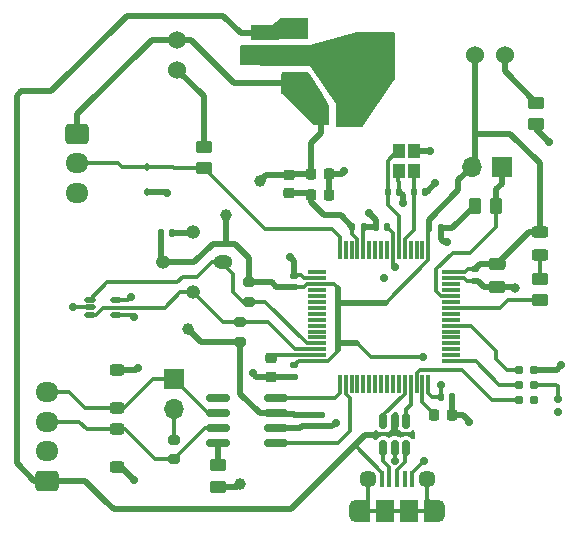
<source format=gtl>
G04 #@! TF.GenerationSoftware,KiCad,Pcbnew,7.0.8*
G04 #@! TF.CreationDate,2023-12-02T17:36:26-07:00*
G04 #@! TF.ProjectId,sdm24wheel,73646d32-3477-4686-9565-6c2e6b696361,v1*
G04 #@! TF.SameCoordinates,Original*
G04 #@! TF.FileFunction,Copper,L1,Top*
G04 #@! TF.FilePolarity,Positive*
%FSLAX46Y46*%
G04 Gerber Fmt 4.6, Leading zero omitted, Abs format (unit mm)*
G04 Created by KiCad (PCBNEW 7.0.8) date 2023-12-02 17:36:26*
%MOMM*%
%LPD*%
G01*
G04 APERTURE LIST*
G04 Aperture macros list*
%AMRoundRect*
0 Rectangle with rounded corners*
0 $1 Rounding radius*
0 $2 $3 $4 $5 $6 $7 $8 $9 X,Y pos of 4 corners*
0 Add a 4 corners polygon primitive as box body*
4,1,4,$2,$3,$4,$5,$6,$7,$8,$9,$2,$3,0*
0 Add four circle primitives for the rounded corners*
1,1,$1+$1,$2,$3*
1,1,$1+$1,$4,$5*
1,1,$1+$1,$6,$7*
1,1,$1+$1,$8,$9*
0 Add four rect primitives between the rounded corners*
20,1,$1+$1,$2,$3,$4,$5,0*
20,1,$1+$1,$4,$5,$6,$7,0*
20,1,$1+$1,$6,$7,$8,$9,0*
20,1,$1+$1,$8,$9,$2,$3,0*%
G04 Aperture macros list end*
G04 #@! TA.AperFunction,SMDPad,CuDef*
%ADD10RoundRect,0.140000X-0.140000X-0.170000X0.140000X-0.170000X0.140000X0.170000X-0.140000X0.170000X0*%
G04 #@! TD*
G04 #@! TA.AperFunction,ConnectorPad*
%ADD11C,0.787400*%
G04 #@! TD*
G04 #@! TA.AperFunction,SMDPad,CuDef*
%ADD12RoundRect,0.150000X0.150000X-0.512500X0.150000X0.512500X-0.150000X0.512500X-0.150000X-0.512500X0*%
G04 #@! TD*
G04 #@! TA.AperFunction,SMDPad,CuDef*
%ADD13RoundRect,0.140000X-0.170000X0.140000X-0.170000X-0.140000X0.170000X-0.140000X0.170000X0.140000X0*%
G04 #@! TD*
G04 #@! TA.AperFunction,SMDPad,CuDef*
%ADD14RoundRect,0.112500X0.112500X-0.187500X0.112500X0.187500X-0.112500X0.187500X-0.112500X-0.187500X0*%
G04 #@! TD*
G04 #@! TA.AperFunction,SMDPad,CuDef*
%ADD15RoundRect,0.225000X-0.250000X0.225000X-0.250000X-0.225000X0.250000X-0.225000X0.250000X0.225000X0*%
G04 #@! TD*
G04 #@! TA.AperFunction,SMDPad,CuDef*
%ADD16RoundRect,0.075000X-0.075000X0.700000X-0.075000X-0.700000X0.075000X-0.700000X0.075000X0.700000X0*%
G04 #@! TD*
G04 #@! TA.AperFunction,SMDPad,CuDef*
%ADD17RoundRect,0.075000X-0.700000X0.075000X-0.700000X-0.075000X0.700000X-0.075000X0.700000X0.075000X0*%
G04 #@! TD*
G04 #@! TA.AperFunction,SMDPad,CuDef*
%ADD18RoundRect,0.225000X-0.225000X-0.250000X0.225000X-0.250000X0.225000X0.250000X-0.225000X0.250000X0*%
G04 #@! TD*
G04 #@! TA.AperFunction,ComponentPad*
%ADD19C,1.524000*%
G04 #@! TD*
G04 #@! TA.AperFunction,SMDPad,CuDef*
%ADD20R,2.000000X1.500000*%
G04 #@! TD*
G04 #@! TA.AperFunction,SMDPad,CuDef*
%ADD21R,2.000000X3.800000*%
G04 #@! TD*
G04 #@! TA.AperFunction,SMDPad,CuDef*
%ADD22RoundRect,0.250000X-0.250000X-0.475000X0.250000X-0.475000X0.250000X0.475000X-0.250000X0.475000X0*%
G04 #@! TD*
G04 #@! TA.AperFunction,SMDPad,CuDef*
%ADD23RoundRect,0.140000X0.140000X0.170000X-0.140000X0.170000X-0.140000X-0.170000X0.140000X-0.170000X0*%
G04 #@! TD*
G04 #@! TA.AperFunction,ComponentPad*
%ADD24RoundRect,0.250000X-0.725000X0.600000X-0.725000X-0.600000X0.725000X-0.600000X0.725000X0.600000X0*%
G04 #@! TD*
G04 #@! TA.AperFunction,ComponentPad*
%ADD25O,1.950000X1.700000*%
G04 #@! TD*
G04 #@! TA.AperFunction,SMDPad,CuDef*
%ADD26RoundRect,0.200000X-0.275000X0.200000X-0.275000X-0.200000X0.275000X-0.200000X0.275000X0.200000X0*%
G04 #@! TD*
G04 #@! TA.AperFunction,ComponentPad*
%ADD27RoundRect,0.250000X0.725000X-0.600000X0.725000X0.600000X-0.725000X0.600000X-0.725000X-0.600000X0*%
G04 #@! TD*
G04 #@! TA.AperFunction,SMDPad,CuDef*
%ADD28RoundRect,0.250000X-0.475000X0.250000X-0.475000X-0.250000X0.475000X-0.250000X0.475000X0.250000X0*%
G04 #@! TD*
G04 #@! TA.AperFunction,SMDPad,CuDef*
%ADD29RoundRect,0.218750X0.256250X-0.218750X0.256250X0.218750X-0.256250X0.218750X-0.256250X-0.218750X0*%
G04 #@! TD*
G04 #@! TA.AperFunction,SMDPad,CuDef*
%ADD30RoundRect,0.250000X-0.450000X0.262500X-0.450000X-0.262500X0.450000X-0.262500X0.450000X0.262500X0*%
G04 #@! TD*
G04 #@! TA.AperFunction,SMDPad,CuDef*
%ADD31RoundRect,0.243750X0.456250X-0.243750X0.456250X0.243750X-0.456250X0.243750X-0.456250X-0.243750X0*%
G04 #@! TD*
G04 #@! TA.AperFunction,SMDPad,CuDef*
%ADD32RoundRect,0.245000X-0.380000X0.245000X-0.380000X-0.245000X0.380000X-0.245000X0.380000X0.245000X0*%
G04 #@! TD*
G04 #@! TA.AperFunction,SMDPad,CuDef*
%ADD33R,0.400000X1.350000*%
G04 #@! TD*
G04 #@! TA.AperFunction,ComponentPad*
%ADD34O,1.200000X1.900000*%
G04 #@! TD*
G04 #@! TA.AperFunction,SMDPad,CuDef*
%ADD35R,1.200000X1.900000*%
G04 #@! TD*
G04 #@! TA.AperFunction,ComponentPad*
%ADD36C,1.450000*%
G04 #@! TD*
G04 #@! TA.AperFunction,SMDPad,CuDef*
%ADD37R,1.500000X1.900000*%
G04 #@! TD*
G04 #@! TA.AperFunction,SMDPad,CuDef*
%ADD38RoundRect,0.200000X0.275000X-0.200000X0.275000X0.200000X-0.275000X0.200000X-0.275000X-0.200000X0*%
G04 #@! TD*
G04 #@! TA.AperFunction,SMDPad,CuDef*
%ADD39RoundRect,0.245000X0.380000X-0.245000X0.380000X0.245000X-0.380000X0.245000X-0.380000X-0.245000X0*%
G04 #@! TD*
G04 #@! TA.AperFunction,SMDPad,CuDef*
%ADD40RoundRect,0.112500X-0.362500X-0.112500X0.362500X-0.112500X0.362500X0.112500X-0.362500X0.112500X0*%
G04 #@! TD*
G04 #@! TA.AperFunction,ComponentPad*
%ADD41R,1.700000X1.700000*%
G04 #@! TD*
G04 #@! TA.AperFunction,ComponentPad*
%ADD42O,1.700000X1.700000*%
G04 #@! TD*
G04 #@! TA.AperFunction,SMDPad,CuDef*
%ADD43RoundRect,0.250000X-0.262500X-0.450000X0.262500X-0.450000X0.262500X0.450000X-0.262500X0.450000X0*%
G04 #@! TD*
G04 #@! TA.AperFunction,SMDPad,CuDef*
%ADD44RoundRect,0.150000X0.825000X0.150000X-0.825000X0.150000X-0.825000X-0.150000X0.825000X-0.150000X0*%
G04 #@! TD*
G04 #@! TA.AperFunction,SMDPad,CuDef*
%ADD45RoundRect,0.250000X0.450000X-0.262500X0.450000X0.262500X-0.450000X0.262500X-0.450000X-0.262500X0*%
G04 #@! TD*
G04 #@! TA.AperFunction,SMDPad,CuDef*
%ADD46R,1.000000X1.200000*%
G04 #@! TD*
G04 #@! TA.AperFunction,SMDPad,CuDef*
%ADD47RoundRect,0.140000X0.170000X-0.140000X0.170000X0.140000X-0.170000X0.140000X-0.170000X-0.140000X0*%
G04 #@! TD*
G04 #@! TA.AperFunction,ComponentPad*
%ADD48O,1.600000X1.200000*%
G04 #@! TD*
G04 #@! TA.AperFunction,ComponentPad*
%ADD49O,1.200000X1.200000*%
G04 #@! TD*
G04 #@! TA.AperFunction,ViaPad*
%ADD50C,1.000000*%
G04 #@! TD*
G04 #@! TA.AperFunction,ViaPad*
%ADD51C,0.700000*%
G04 #@! TD*
G04 #@! TA.AperFunction,ViaPad*
%ADD52C,0.800000*%
G04 #@! TD*
G04 #@! TA.AperFunction,Conductor*
%ADD53C,0.500000*%
G04 #@! TD*
G04 #@! TA.AperFunction,Conductor*
%ADD54C,0.300000*%
G04 #@! TD*
G04 APERTURE END LIST*
D10*
X188020000Y-90600000D03*
X188980000Y-90600000D03*
D11*
X196870000Y-105140000D03*
X195600000Y-105140000D03*
X196870000Y-103870000D03*
X195600000Y-103870000D03*
X196870000Y-102600000D03*
X195600000Y-102600000D03*
D12*
X184150000Y-109200000D03*
X185100000Y-109200000D03*
X186050000Y-109200000D03*
X186050000Y-106925000D03*
X185100000Y-106925000D03*
X184150000Y-106925000D03*
D13*
X176600000Y-102220000D03*
X176600000Y-103180000D03*
D14*
X164125000Y-87550000D03*
X164125000Y-85450000D03*
D13*
X178900000Y-106420000D03*
X178900000Y-107380000D03*
D15*
X174600000Y-101625000D03*
X174600000Y-103175000D03*
D16*
X187950000Y-92425000D03*
X187450000Y-92425000D03*
X186950000Y-92425000D03*
X186450000Y-92425000D03*
X185950000Y-92425000D03*
X185450000Y-92425000D03*
X184950000Y-92425000D03*
X184450000Y-92425000D03*
X183950000Y-92425000D03*
X183450000Y-92425000D03*
X182950000Y-92425000D03*
X182450000Y-92425000D03*
X181950000Y-92425000D03*
X181450000Y-92425000D03*
X180950000Y-92425000D03*
X180450000Y-92425000D03*
D17*
X178525000Y-94350000D03*
X178525000Y-94850000D03*
X178525000Y-95350000D03*
X178525000Y-95850000D03*
X178525000Y-96350000D03*
X178525000Y-96850000D03*
X178525000Y-97350000D03*
X178525000Y-97850000D03*
X178525000Y-98350000D03*
X178525000Y-98850000D03*
X178525000Y-99350000D03*
X178525000Y-99850000D03*
X178525000Y-100350000D03*
X178525000Y-100850000D03*
X178525000Y-101350000D03*
X178525000Y-101850000D03*
D16*
X180450000Y-103775000D03*
X180950000Y-103775000D03*
X181450000Y-103775000D03*
X181950000Y-103775000D03*
X182450000Y-103775000D03*
X182950000Y-103775000D03*
X183450000Y-103775000D03*
X183950000Y-103775000D03*
X184450000Y-103775000D03*
X184950000Y-103775000D03*
X185450000Y-103775000D03*
X185950000Y-103775000D03*
X186450000Y-103775000D03*
X186950000Y-103775000D03*
X187450000Y-103775000D03*
X187950000Y-103775000D03*
D17*
X189875000Y-101850000D03*
X189875000Y-101350000D03*
X189875000Y-100850000D03*
X189875000Y-100350000D03*
X189875000Y-99850000D03*
X189875000Y-99350000D03*
X189875000Y-98850000D03*
X189875000Y-98350000D03*
X189875000Y-97850000D03*
X189875000Y-97350000D03*
X189875000Y-96850000D03*
X189875000Y-96350000D03*
X189875000Y-95850000D03*
X189875000Y-95350000D03*
X189875000Y-94850000D03*
X189875000Y-94350000D03*
D18*
X188425000Y-106400000D03*
X189975000Y-106400000D03*
D19*
X194440000Y-75900000D03*
X191900000Y-75900000D03*
D20*
X176650000Y-73700000D03*
X176650000Y-76000000D03*
D21*
X182950000Y-76000000D03*
D20*
X176650000Y-78300000D03*
D22*
X178850000Y-81000000D03*
X180750000Y-81000000D03*
D13*
X191900000Y-94100000D03*
X191900000Y-95060000D03*
D23*
X184480000Y-90500000D03*
X183520000Y-90500000D03*
D24*
X158225000Y-82600000D03*
D25*
X158225000Y-85100000D03*
X158225000Y-87600000D03*
D18*
X178025000Y-87800000D03*
X179575000Y-87800000D03*
D13*
X177400000Y-106420000D03*
X177400000Y-107380000D03*
D26*
X172800000Y-95175000D03*
X172800000Y-96825000D03*
D27*
X155700000Y-112000000D03*
D25*
X155700000Y-109500000D03*
X155700000Y-107000000D03*
X155700000Y-104500000D03*
D28*
X173800000Y-74050000D03*
X173800000Y-75950000D03*
D29*
X176166000Y-87637500D03*
X176166000Y-86062500D03*
D30*
X197400000Y-94887500D03*
X197400000Y-96712500D03*
D19*
X166700000Y-77170000D03*
X166700000Y-74630000D03*
D31*
X197400000Y-92837500D03*
X197400000Y-90962500D03*
D32*
X161625000Y-102640000D03*
X161625000Y-105860000D03*
D33*
X184000000Y-111850000D03*
X184650000Y-111850000D03*
X185300000Y-111850000D03*
X185950000Y-111850000D03*
X186600000Y-111850000D03*
D34*
X181800000Y-114550000D03*
D35*
X182400000Y-114550000D03*
D36*
X182800000Y-111850000D03*
D37*
X184300000Y-114550000D03*
X186300000Y-114550000D03*
D36*
X187800000Y-111850000D03*
D35*
X188200000Y-114550000D03*
D34*
X188800000Y-114550000D03*
D38*
X172000000Y-100225000D03*
X172000000Y-98575000D03*
D28*
X193800000Y-93650000D03*
X193800000Y-95550000D03*
D39*
X161625000Y-110860000D03*
X161625000Y-107640000D03*
D30*
X197100000Y-79987500D03*
X197100000Y-81812500D03*
D40*
X159300000Y-96650000D03*
X159300000Y-97300000D03*
X159300000Y-97950000D03*
X161500000Y-97950000D03*
X161500000Y-96650000D03*
D41*
X194175000Y-85400000D03*
D42*
X191635000Y-85400000D03*
D30*
X170100000Y-110687500D03*
X170100000Y-112512500D03*
D10*
X189020000Y-104900000D03*
X189980000Y-104900000D03*
X186720000Y-87500000D03*
X187680000Y-87500000D03*
X181520000Y-90500000D03*
X182480000Y-90500000D03*
D43*
X191887500Y-88700000D03*
X193712500Y-88700000D03*
D38*
X166400000Y-110185000D03*
X166400000Y-108535000D03*
D44*
X175075000Y-108805000D03*
X175075000Y-107535000D03*
X175075000Y-106265000D03*
X175075000Y-104995000D03*
X170125000Y-104995000D03*
X170125000Y-106265000D03*
X170125000Y-107535000D03*
X170125000Y-108805000D03*
D45*
X168920000Y-85512500D03*
X168920000Y-83687500D03*
D46*
X186750000Y-85750000D03*
X186750000Y-84050000D03*
X185450000Y-84050000D03*
X185450000Y-85750000D03*
D10*
X184520000Y-87500000D03*
X185480000Y-87500000D03*
D47*
X176600000Y-95580000D03*
X176600000Y-94620000D03*
D18*
X178025000Y-86000000D03*
X179575000Y-86000000D03*
D41*
X166400000Y-103360000D03*
D42*
X166400000Y-105900000D03*
D10*
X165320000Y-91000000D03*
X166280000Y-91000000D03*
D48*
X170540000Y-93500000D03*
D49*
X168000000Y-96040000D03*
X165460000Y-93500000D03*
X168000000Y-90960000D03*
D50*
X170800000Y-89500000D03*
X167600000Y-99100000D03*
X173700000Y-86600000D03*
D51*
X163000000Y-98100000D03*
X187500000Y-101500000D03*
X189000000Y-103900000D03*
X199200000Y-102200000D03*
X187600000Y-110300000D03*
X178400000Y-76600000D03*
D50*
X172000000Y-112300000D03*
D51*
X173100000Y-102900000D03*
X182900000Y-89300000D03*
X182400000Y-78600000D03*
X184700000Y-74600000D03*
X163000000Y-111900000D03*
X184200000Y-94800000D03*
D52*
X195300000Y-95700000D03*
D51*
X162800000Y-96400000D03*
X165800000Y-87600000D03*
X198900000Y-106200000D03*
X189500000Y-91800000D03*
X180800000Y-85800000D03*
X180100000Y-107100000D03*
X176200000Y-93000000D03*
X157900000Y-97300000D03*
X182000000Y-80500000D03*
X188500000Y-86800000D03*
X172400000Y-75500000D03*
X163400000Y-102400000D03*
X184700000Y-77400000D03*
X198200000Y-83300000D03*
X183600000Y-78600000D03*
X191400000Y-107000000D03*
X172400000Y-76400000D03*
X185800000Y-88500000D03*
X182000000Y-81600000D03*
X188100000Y-84100000D03*
X178400000Y-75500000D03*
X185105378Y-110305378D03*
X185100000Y-93900000D03*
X198900000Y-105100000D03*
D53*
X172800000Y-95175000D02*
X174675000Y-95175000D01*
D54*
X179950000Y-95350000D02*
X180300000Y-95700000D01*
D53*
X170800000Y-91900000D02*
X169700000Y-91900000D01*
X166700000Y-74630000D02*
X167830000Y-74630000D01*
D54*
X176620000Y-95600000D02*
X176600000Y-95580000D01*
X180300000Y-101000000D02*
X180300000Y-100900000D01*
D53*
X188020000Y-89880000D02*
X188020000Y-90600000D01*
X190500000Y-87400000D02*
X188020000Y-89880000D01*
D54*
X187950000Y-92425000D02*
X187950000Y-93301041D01*
X178525000Y-95350000D02*
X179950000Y-95350000D01*
D53*
X165320000Y-93360000D02*
X165460000Y-93500000D01*
X178025000Y-83375000D02*
X178850000Y-82550000D01*
D54*
X178525000Y-101850000D02*
X179450000Y-101850000D01*
D53*
X175080000Y-95580000D02*
X176600000Y-95580000D01*
X167830000Y-74630000D02*
X171500000Y-78300000D01*
D54*
X187950000Y-104550000D02*
X188300000Y-104900000D01*
D53*
X176500000Y-106300000D02*
X175110000Y-106300000D01*
X197400000Y-90962500D02*
X196487500Y-90962500D01*
D54*
X188300000Y-104900000D02*
X189020000Y-104900000D01*
D53*
X172000000Y-104600000D02*
X172000000Y-100225000D01*
X178850000Y-82550000D02*
X178850000Y-81000000D01*
X174675000Y-95175000D02*
X175080000Y-95580000D01*
X165320000Y-91000000D02*
X165320000Y-93360000D01*
D54*
X187950000Y-93301041D02*
X184351041Y-96900000D01*
D53*
X191900000Y-82600000D02*
X191900000Y-85135000D01*
X194900000Y-82600000D02*
X191900000Y-82600000D01*
X193800000Y-93650000D02*
X192350000Y-93650000D01*
X175075000Y-106265000D02*
X173665000Y-106265000D01*
X166700000Y-74630000D02*
X164570000Y-74630000D01*
X171600000Y-91900000D02*
X170800000Y-91900000D01*
D54*
X177400000Y-95598959D02*
X177400000Y-95600000D01*
X191300000Y-94100000D02*
X191900000Y-94100000D01*
D53*
X175110000Y-106300000D02*
X175075000Y-106265000D01*
X168100000Y-93500000D02*
X165460000Y-93500000D01*
X174237500Y-86062500D02*
X173700000Y-86600000D01*
D54*
X179450000Y-101850000D02*
X180300000Y-101000000D01*
X189875000Y-94350000D02*
X191050000Y-94350000D01*
D53*
X191900000Y-75900000D02*
X191900000Y-82600000D01*
X178025000Y-86000000D02*
X178025000Y-83375000D01*
X169700000Y-91900000D02*
X168100000Y-93500000D01*
X180300000Y-96900000D02*
X180300000Y-95700000D01*
X177400000Y-106420000D02*
X176620000Y-106420000D01*
X197400000Y-85100000D02*
X194900000Y-82600000D01*
D54*
X183100000Y-101500000D02*
X181900000Y-100300000D01*
X177400000Y-95600000D02*
X176620000Y-95600000D01*
D53*
X158225000Y-80975000D02*
X158225000Y-82600000D01*
X172000000Y-100225000D02*
X168725000Y-100225000D01*
X180300000Y-100300000D02*
X180300000Y-98700000D01*
X181900000Y-100300000D02*
X180300000Y-100300000D01*
X176620000Y-106420000D02*
X176500000Y-106300000D01*
X164570000Y-74630000D02*
X158225000Y-80975000D01*
X170800000Y-89500000D02*
X170800000Y-91900000D01*
X190500000Y-86535000D02*
X190500000Y-87400000D01*
X177400000Y-106420000D02*
X178900000Y-106420000D01*
X180300000Y-98700000D02*
X180300000Y-96900000D01*
D54*
X177648959Y-95350000D02*
X177400000Y-95598959D01*
X191050000Y-94350000D02*
X191300000Y-94100000D01*
X178525000Y-95350000D02*
X177648959Y-95350000D01*
X189020000Y-103920000D02*
X189000000Y-103900000D01*
D53*
X173665000Y-106265000D02*
X172000000Y-104600000D01*
D54*
X187500000Y-101500000D02*
X183100000Y-101500000D01*
X189020000Y-104900000D02*
X189020000Y-103920000D01*
X178525000Y-101850000D02*
X176970000Y-101850000D01*
D53*
X176166000Y-86062500D02*
X174237500Y-86062500D01*
X197400000Y-90962500D02*
X197400000Y-85100000D01*
X192350000Y-93650000D02*
X191900000Y-94100000D01*
X168725000Y-100225000D02*
X167600000Y-99100000D01*
X172800000Y-93100000D02*
X171600000Y-91900000D01*
D54*
X162850000Y-97950000D02*
X163000000Y-98100000D01*
D53*
X176228500Y-86000000D02*
X176166000Y-86062500D01*
X191635000Y-85400000D02*
X190500000Y-86535000D01*
X184351041Y-96900000D02*
X180300000Y-96900000D01*
D54*
X187950000Y-103775000D02*
X187950000Y-104550000D01*
D53*
X196487500Y-90962500D02*
X193800000Y-93650000D01*
D54*
X161500000Y-97950000D02*
X162850000Y-97950000D01*
D53*
X180300000Y-100900000D02*
X180300000Y-100300000D01*
D54*
X187950000Y-92425000D02*
X187950000Y-90670000D01*
D53*
X178025000Y-86000000D02*
X176228500Y-86000000D01*
X171500000Y-78300000D02*
X176650000Y-78300000D01*
X172800000Y-95175000D02*
X172800000Y-93100000D01*
D54*
X187950000Y-90670000D02*
X188020000Y-90600000D01*
D53*
X191900000Y-85135000D02*
X191635000Y-85400000D01*
D54*
X176970000Y-101850000D02*
X176600000Y-102220000D01*
X186720000Y-87500000D02*
X186720000Y-85855000D01*
X185950000Y-91548959D02*
X186720000Y-90778959D01*
X186720000Y-85855000D02*
X186800000Y-85775000D01*
X185950000Y-92425000D02*
X185950000Y-91548959D01*
X186720000Y-90778959D02*
X186720000Y-87500000D01*
X184520000Y-88620000D02*
X184520000Y-87500000D01*
X185450000Y-89550000D02*
X184520000Y-88620000D01*
X184520000Y-84905000D02*
X185400000Y-84025000D01*
X184520000Y-87500000D02*
X184520000Y-84905000D01*
X185450000Y-92425000D02*
X185450000Y-89550000D01*
D53*
X156000000Y-79000000D02*
X162400000Y-72600000D01*
X158900000Y-112000000D02*
X160600000Y-113700000D01*
D54*
X184000000Y-111300000D02*
X181700000Y-109000000D01*
D53*
X181700000Y-109000000D02*
X182200000Y-108500000D01*
X172050000Y-74050000D02*
X173800000Y-74050000D01*
X162400000Y-72600000D02*
X170600000Y-72600000D01*
X182200000Y-108500000D02*
X182600000Y-108100000D01*
D54*
X184000000Y-111850000D02*
X184000000Y-111300000D01*
D53*
X173800000Y-114400000D02*
X176300000Y-114400000D01*
X182600000Y-108100000D02*
X182700000Y-108100000D01*
X176300000Y-114400000D02*
X181700000Y-109000000D01*
X153100000Y-79400000D02*
X153500000Y-79000000D01*
X153500000Y-79000000D02*
X156000000Y-79000000D01*
X160600000Y-113700000D02*
X161300000Y-114400000D01*
X153100000Y-110500000D02*
X153100000Y-79400000D01*
X182700000Y-108100000D02*
X183400000Y-108100000D01*
X155700000Y-112000000D02*
X154600000Y-112000000D01*
X161300000Y-114400000D02*
X173800000Y-114400000D01*
X154600000Y-112000000D02*
X153100000Y-110500000D01*
X155700000Y-112000000D02*
X158900000Y-112000000D01*
X170600000Y-72600000D02*
X172050000Y-74050000D01*
D54*
X186600000Y-111850000D02*
X186600000Y-111300000D01*
X182450000Y-92425000D02*
X182450000Y-90530000D01*
D53*
X176595000Y-103175000D02*
X176600000Y-103180000D01*
D54*
X185480000Y-86680000D02*
X185400000Y-86600000D01*
D53*
X177100000Y-107500000D02*
X175110000Y-107500000D01*
X192160000Y-95060000D02*
X192700000Y-95600000D01*
X178900000Y-107380000D02*
X179820000Y-107380000D01*
X193800000Y-95550000D02*
X195150000Y-95550000D01*
D54*
X177450000Y-94850000D02*
X177200000Y-94600000D01*
D53*
X179820000Y-107380000D02*
X180100000Y-107100000D01*
X161960000Y-110860000D02*
X163000000Y-111900000D01*
X174600000Y-103175000D02*
X176595000Y-103175000D01*
X193750000Y-95600000D02*
X193800000Y-95550000D01*
D54*
X159300000Y-97300000D02*
X157900000Y-97300000D01*
D53*
X165750000Y-87550000D02*
X165800000Y-87600000D01*
X167960000Y-91000000D02*
X168000000Y-90960000D01*
D54*
X161500000Y-96650000D02*
X162550000Y-96650000D01*
D53*
X191400000Y-106900000D02*
X191400000Y-107000000D01*
X189987500Y-90600000D02*
X191887500Y-88700000D01*
D54*
X185480000Y-87500000D02*
X185480000Y-86680000D01*
D53*
X189300000Y-91800000D02*
X189500000Y-91800000D01*
X161625000Y-102640000D02*
X163160000Y-102640000D01*
X195150000Y-95550000D02*
X195300000Y-95700000D01*
D54*
X190950000Y-94850000D02*
X191200000Y-95100000D01*
D53*
X178900000Y-107380000D02*
X177400000Y-107380000D01*
X177400000Y-107380000D02*
X177220000Y-107380000D01*
X175110000Y-107500000D02*
X175075000Y-107535000D01*
D54*
X176620000Y-94600000D02*
X176600000Y-94620000D01*
D53*
X171787500Y-112512500D02*
X172000000Y-112300000D01*
X164125000Y-87550000D02*
X165750000Y-87550000D01*
X182480000Y-90500000D02*
X183520000Y-90500000D01*
X192700000Y-95600000D02*
X193750000Y-95600000D01*
X185800000Y-87820000D02*
X185480000Y-87500000D01*
X176600000Y-93400000D02*
X176200000Y-93000000D01*
X188980000Y-91480000D02*
X189300000Y-91800000D01*
X190900000Y-106400000D02*
X191400000Y-106900000D01*
X198800000Y-102600000D02*
X199200000Y-102200000D01*
X174600000Y-103175000D02*
X173375000Y-103175000D01*
X179575000Y-86000000D02*
X180600000Y-86000000D01*
X170100000Y-112512500D02*
X171787500Y-112512500D01*
X197100000Y-81812500D02*
X197100000Y-82200000D01*
X177220000Y-107380000D02*
X177100000Y-107500000D01*
D54*
X185400000Y-86600000D02*
X185400000Y-85775000D01*
D53*
X187800000Y-87500000D02*
X188500000Y-86800000D01*
X189975000Y-104905000D02*
X189980000Y-104900000D01*
D54*
X178525000Y-94850000D02*
X177450000Y-94850000D01*
D53*
X189975000Y-106400000D02*
X189975000Y-104905000D01*
X173375000Y-103175000D02*
X173100000Y-102900000D01*
X176600000Y-93700000D02*
X176600000Y-93400000D01*
X163160000Y-102640000D02*
X163400000Y-102400000D01*
X185800000Y-88500000D02*
X185800000Y-87820000D01*
X183520000Y-89920000D02*
X182900000Y-89300000D01*
D54*
X185100000Y-109200000D02*
X185100000Y-110300000D01*
D53*
X180600000Y-86000000D02*
X180800000Y-85800000D01*
X188980000Y-90600000D02*
X188980000Y-91480000D01*
X166280000Y-91000000D02*
X167960000Y-91000000D01*
D54*
X177200000Y-94600000D02*
X176620000Y-94600000D01*
D53*
X183520000Y-90500000D02*
X183520000Y-89920000D01*
D54*
X182450000Y-90530000D02*
X182480000Y-90500000D01*
D53*
X179575000Y-86000000D02*
X179575000Y-87800000D01*
X187680000Y-87500000D02*
X187800000Y-87500000D01*
X186800000Y-84100000D02*
X186750000Y-84050000D01*
X188980000Y-90600000D02*
X189987500Y-90600000D01*
X188100000Y-84100000D02*
X186800000Y-84100000D01*
X191900000Y-95060000D02*
X192160000Y-95060000D01*
X176600000Y-94620000D02*
X176600000Y-93700000D01*
X161625000Y-110860000D02*
X161960000Y-110860000D01*
X189975000Y-106400000D02*
X190900000Y-106400000D01*
D54*
X191200000Y-95100000D02*
X191860000Y-95100000D01*
D53*
X197100000Y-82200000D02*
X198200000Y-83300000D01*
D54*
X185100000Y-110300000D02*
X185105378Y-110305378D01*
X186600000Y-111300000D02*
X187600000Y-110300000D01*
X162550000Y-96650000D02*
X162800000Y-96400000D01*
D53*
X196870000Y-102600000D02*
X198800000Y-102600000D01*
D54*
X189875000Y-94850000D02*
X190950000Y-94850000D01*
X198900000Y-105100000D02*
X198900000Y-104000000D01*
X184950000Y-93750000D02*
X185100000Y-93900000D01*
X198770000Y-103870000D02*
X196870000Y-103870000D01*
X184950000Y-90970000D02*
X184480000Y-90500000D01*
X198900000Y-104000000D02*
X198770000Y-103870000D01*
X184950000Y-92425000D02*
X184950000Y-93750000D01*
X184950000Y-92425000D02*
X184950000Y-90970000D01*
X194600000Y-102600000D02*
X195600000Y-102600000D01*
X193700000Y-101000000D02*
X193700000Y-101700000D01*
X191550000Y-98850000D02*
X193700000Y-101000000D01*
X193700000Y-101700000D02*
X194600000Y-102600000D01*
X189875000Y-98850000D02*
X191550000Y-98850000D01*
X166400000Y-105900000D02*
X166400000Y-108535000D01*
X194687500Y-96712500D02*
X197400000Y-96712500D01*
X194050000Y-97350000D02*
X194687500Y-96712500D01*
X189875000Y-97350000D02*
X194050000Y-97350000D01*
X181950000Y-91548959D02*
X181520000Y-91118959D01*
X181950000Y-92425000D02*
X181950000Y-91548959D01*
D53*
X179100000Y-89500000D02*
X180520000Y-89500000D01*
D54*
X181520000Y-91118959D02*
X181520000Y-90500000D01*
D53*
X180520000Y-89500000D02*
X181520000Y-90500000D01*
X177862500Y-87637500D02*
X178025000Y-87800000D01*
X178025000Y-88425000D02*
X179100000Y-89500000D01*
X176166000Y-87637500D02*
X177862500Y-87637500D01*
X178025000Y-87800000D02*
X178025000Y-88425000D01*
D54*
X164125000Y-85450000D02*
X166362500Y-85450000D01*
X179800000Y-90700000D02*
X174107500Y-90700000D01*
X166425000Y-85512500D02*
X168920000Y-85512500D01*
X161700000Y-85100000D02*
X162000000Y-85400000D01*
X180450000Y-91350000D02*
X179800000Y-90700000D01*
X174107500Y-90700000D02*
X168920000Y-85512500D01*
X180450000Y-92425000D02*
X180450000Y-91350000D01*
X162000000Y-85400000D02*
X164075000Y-85400000D01*
X158225000Y-85100000D02*
X161700000Y-85100000D01*
X164075000Y-85400000D02*
X164125000Y-85450000D01*
X166362500Y-85450000D02*
X166425000Y-85512500D01*
X184150000Y-106451041D02*
X185950000Y-104651041D01*
X185950000Y-104651041D02*
X185950000Y-103775000D01*
X184150000Y-106925000D02*
X184150000Y-106451041D01*
X186050000Y-105950000D02*
X186450000Y-105550000D01*
X186450000Y-105550000D02*
X186450000Y-103775000D01*
X186050000Y-106925000D02*
X186050000Y-105950000D01*
X193340000Y-105140000D02*
X195600000Y-105140000D01*
X190800000Y-102600000D02*
X193340000Y-105140000D01*
X186950000Y-102898959D02*
X187248959Y-102600000D01*
X187248959Y-102600000D02*
X190800000Y-102600000D01*
X186950000Y-103775000D02*
X186950000Y-102898959D01*
X189875000Y-101850000D02*
X191950000Y-101850000D01*
X191950000Y-101850000D02*
X193970000Y-103870000D01*
X193970000Y-103870000D02*
X195600000Y-103870000D01*
X178525000Y-100850000D02*
X176650000Y-100850000D01*
X165625000Y-97375000D02*
X160425000Y-97375000D01*
X170535000Y-98575000D02*
X168000000Y-96040000D01*
X176650000Y-100850000D02*
X174375000Y-98575000D01*
X172000000Y-98575000D02*
X170535000Y-98575000D01*
X166960000Y-96040000D02*
X165625000Y-97375000D01*
X168000000Y-96040000D02*
X166960000Y-96040000D01*
X160425000Y-97375000D02*
X159850000Y-97950000D01*
X174375000Y-98575000D02*
X172000000Y-98575000D01*
X159850000Y-97950000D02*
X159300000Y-97950000D01*
X168400000Y-94700000D02*
X167200000Y-94700000D01*
X166700000Y-95200000D02*
X160750000Y-95200000D01*
X170540000Y-93640000D02*
X170540000Y-93500000D01*
X160750000Y-95200000D02*
X159300000Y-96650000D01*
X178525000Y-100350000D02*
X177648959Y-100350000D01*
X177648959Y-100350000D02*
X174123959Y-96825000D01*
X167200000Y-94700000D02*
X166700000Y-95200000D01*
X171400000Y-94500000D02*
X170540000Y-93640000D01*
X171400000Y-96000000D02*
X171400000Y-94500000D01*
X169600000Y-93500000D02*
X168400000Y-94700000D01*
X172225000Y-96825000D02*
X171400000Y-96000000D01*
X170540000Y-93500000D02*
X169600000Y-93500000D01*
X174123959Y-96825000D02*
X172800000Y-96825000D01*
X172800000Y-96825000D02*
X172225000Y-96825000D01*
D53*
X193712500Y-87287500D02*
X193712500Y-88700000D01*
D54*
X193712500Y-90487500D02*
X193712500Y-88700000D01*
D53*
X194175000Y-86825000D02*
X193712500Y-87287500D01*
D54*
X188600000Y-94100000D02*
X190000000Y-92700000D01*
X190000000Y-92700000D02*
X191500000Y-92700000D01*
X188600000Y-95951041D02*
X188600000Y-94100000D01*
X189875000Y-96350000D02*
X188998959Y-96350000D01*
D53*
X194175000Y-85400000D02*
X194175000Y-86825000D01*
D54*
X191500000Y-92700000D02*
X193712500Y-90487500D01*
X188998959Y-96350000D02*
X188600000Y-95951041D01*
X180005000Y-104995000D02*
X180450000Y-104550000D01*
X175075000Y-104995000D02*
X180005000Y-104995000D01*
X180450000Y-104550000D02*
X180450000Y-103775000D01*
X180950000Y-103775000D02*
X180950000Y-104651041D01*
X181300000Y-105001041D02*
X181300000Y-107800000D01*
X181300000Y-107800000D02*
X180295000Y-108805000D01*
X180950000Y-104651041D02*
X181300000Y-105001041D01*
X180295000Y-108805000D02*
X175075000Y-108805000D01*
X155700000Y-104500000D02*
X157500000Y-104500000D01*
X170125000Y-106265000D02*
X169305000Y-106265000D01*
X157500000Y-104500000D02*
X158860000Y-105860000D01*
X158860000Y-105860000D02*
X161625000Y-105860000D01*
X169305000Y-106265000D02*
X166400000Y-103360000D01*
X161625000Y-105860000D02*
X162140000Y-105860000D01*
X164640000Y-103360000D02*
X166400000Y-103360000D01*
X162140000Y-105860000D02*
X164640000Y-103360000D01*
X162240000Y-107640000D02*
X164785000Y-110185000D01*
X164785000Y-110185000D02*
X166400000Y-110185000D01*
X159040000Y-107640000D02*
X161625000Y-107640000D01*
X155700000Y-107000000D02*
X158400000Y-107000000D01*
X158400000Y-107000000D02*
X159040000Y-107640000D01*
X161625000Y-107640000D02*
X162240000Y-107640000D01*
X170125000Y-107535000D02*
X169050000Y-107535000D01*
X169050000Y-107535000D02*
X166400000Y-110185000D01*
X188200000Y-114550000D02*
X186300000Y-114550000D01*
X187800000Y-111850000D02*
X187800000Y-113550000D01*
X182800000Y-114150000D02*
X182400000Y-114550000D01*
X182800000Y-111850000D02*
X182800000Y-114150000D01*
X187800000Y-113550000D02*
X188800000Y-114550000D01*
X186300000Y-114550000D02*
X184300000Y-114550000D01*
X184300000Y-114550000D02*
X182400000Y-114550000D01*
D53*
X168920000Y-79390000D02*
X166700000Y-77170000D01*
X168920000Y-83687500D02*
X168920000Y-79390000D01*
X194440000Y-77327500D02*
X197100000Y-79987500D01*
X194440000Y-75900000D02*
X194440000Y-77327500D01*
D54*
X197400000Y-94887500D02*
X197400000Y-92837500D01*
D53*
X170125000Y-108805000D02*
X170125000Y-110662500D01*
X170125000Y-110662500D02*
X170100000Y-110687500D01*
D54*
X184650000Y-111850000D02*
X184650000Y-110839950D01*
X184150000Y-110339950D02*
X184150000Y-109200000D01*
X184650000Y-110839950D02*
X184150000Y-110339950D01*
X186000000Y-110400000D02*
X186000000Y-109250000D01*
X186000000Y-109250000D02*
X186050000Y-109200000D01*
X185300000Y-111850000D02*
X185300000Y-111100000D01*
X185300000Y-111100000D02*
X186000000Y-110400000D01*
X174875000Y-101350000D02*
X174600000Y-101625000D01*
X178525000Y-101350000D02*
X174875000Y-101350000D01*
X188425000Y-106400000D02*
X188425000Y-106325000D01*
X187450000Y-105350000D02*
X187450000Y-103775000D01*
X188425000Y-106325000D02*
X187450000Y-105350000D01*
G04 #@! TA.AperFunction,Conductor*
G36*
X185043039Y-74019685D02*
G01*
X185088794Y-74072489D01*
X185100000Y-74124000D01*
X185100000Y-77962066D01*
X185080315Y-78029105D01*
X185078777Y-78031441D01*
X182436872Y-81945375D01*
X182383050Y-81989927D01*
X182334095Y-82000000D01*
X180224000Y-82000000D01*
X180156961Y-81980315D01*
X180111206Y-81927511D01*
X180100000Y-81876000D01*
X180100000Y-80100000D01*
X177900000Y-76900000D01*
X175400000Y-76900000D01*
X172120355Y-76803539D01*
X172053923Y-76781892D01*
X172009740Y-76727766D01*
X172000000Y-76679593D01*
X172000000Y-75224000D01*
X172019685Y-75156961D01*
X172072489Y-75111206D01*
X172124000Y-75100000D01*
X177899998Y-75100000D01*
X177900000Y-75100000D01*
X177900005Y-75099998D01*
X177900008Y-75099998D01*
X181883858Y-74004439D01*
X181916737Y-74000000D01*
X184976000Y-74000000D01*
X185043039Y-74019685D01*
G37*
G04 #@! TD.AperFunction*
G04 #@! TA.AperFunction,Conductor*
G36*
X177743039Y-72819685D02*
G01*
X177788794Y-72872489D01*
X177800000Y-72924000D01*
X177800000Y-74476000D01*
X177780315Y-74543039D01*
X177727511Y-74588794D01*
X177676000Y-74600000D01*
X175500000Y-74600000D01*
X175499997Y-74600000D01*
X175499984Y-74600001D01*
X175045043Y-74656869D01*
X174703826Y-74699521D01*
X174696140Y-74700000D01*
X173024000Y-74700000D01*
X172956961Y-74680315D01*
X172911206Y-74627511D01*
X172900000Y-74576000D01*
X172900000Y-73524000D01*
X172919685Y-73456961D01*
X172972489Y-73411206D01*
X173024000Y-73400000D01*
X174699999Y-73400000D01*
X174700000Y-73400000D01*
X175466933Y-72824799D01*
X175532375Y-72800324D01*
X175541333Y-72800000D01*
X177676000Y-72800000D01*
X177743039Y-72819685D01*
G37*
G04 #@! TD.AperFunction*
G04 #@! TA.AperFunction,Conductor*
G36*
X185343039Y-106219685D02*
G01*
X185388794Y-106272489D01*
X185400000Y-106324000D01*
X185400000Y-107600000D01*
X185500000Y-107700000D01*
X185500001Y-107700000D01*
X185516873Y-107706989D01*
X185569189Y-107747915D01*
X185570999Y-107750368D01*
X185577850Y-107759650D01*
X185687118Y-107840293D01*
X185718752Y-107851362D01*
X185815299Y-107885146D01*
X185845730Y-107888000D01*
X185845734Y-107888000D01*
X186254270Y-107888000D01*
X186284699Y-107885146D01*
X186284701Y-107885146D01*
X186348790Y-107862719D01*
X186412882Y-107840293D01*
X186522150Y-107759650D01*
X186529000Y-107750367D01*
X186584646Y-107708116D01*
X186628771Y-107700000D01*
X186648638Y-107700000D01*
X186715677Y-107719685D01*
X186736319Y-107736319D01*
X186763681Y-107763681D01*
X186797166Y-107825004D01*
X186800000Y-107851362D01*
X186800000Y-108348638D01*
X186780315Y-108415677D01*
X186763681Y-108436319D01*
X186756730Y-108443270D01*
X186695404Y-108476750D01*
X186625713Y-108471761D01*
X186569783Y-108429885D01*
X186569285Y-108429216D01*
X186559293Y-108415677D01*
X186522150Y-108365350D01*
X186412882Y-108284707D01*
X186412880Y-108284706D01*
X186284700Y-108239853D01*
X186254270Y-108237000D01*
X186254266Y-108237000D01*
X185845734Y-108237000D01*
X185845730Y-108237000D01*
X185815300Y-108239853D01*
X185815298Y-108239853D01*
X185687119Y-108284706D01*
X185687118Y-108284707D01*
X185648633Y-108313110D01*
X185583003Y-108337080D01*
X185514833Y-108321764D01*
X185501367Y-108313110D01*
X185498353Y-108310885D01*
X185462882Y-108284707D01*
X185462880Y-108284706D01*
X185334700Y-108239853D01*
X185304270Y-108237000D01*
X185304266Y-108237000D01*
X184895734Y-108237000D01*
X184895730Y-108237000D01*
X184865300Y-108239853D01*
X184865298Y-108239853D01*
X184737119Y-108284706D01*
X184737118Y-108284707D01*
X184698633Y-108313110D01*
X184633003Y-108337080D01*
X184564833Y-108321764D01*
X184551367Y-108313110D01*
X184548353Y-108310885D01*
X184512882Y-108284707D01*
X184512880Y-108284706D01*
X184384700Y-108239853D01*
X184354270Y-108237000D01*
X184354266Y-108237000D01*
X183945734Y-108237000D01*
X183945730Y-108237000D01*
X183915300Y-108239853D01*
X183915298Y-108239853D01*
X183787119Y-108284706D01*
X183787117Y-108284707D01*
X183677850Y-108365350D01*
X183615646Y-108449634D01*
X183559999Y-108491884D01*
X183515876Y-108500000D01*
X183451362Y-108500000D01*
X183384323Y-108480315D01*
X183363681Y-108463681D01*
X183336319Y-108436319D01*
X183302834Y-108374996D01*
X183300000Y-108348638D01*
X183300000Y-107851362D01*
X183319685Y-107784323D01*
X183336319Y-107763681D01*
X183363681Y-107736319D01*
X183425004Y-107702834D01*
X183451362Y-107700000D01*
X183571229Y-107700000D01*
X183638268Y-107719685D01*
X183670998Y-107750366D01*
X183677850Y-107759650D01*
X183787118Y-107840293D01*
X183818752Y-107851362D01*
X183915299Y-107885146D01*
X183945730Y-107888000D01*
X183945734Y-107888000D01*
X184354270Y-107888000D01*
X184384699Y-107885146D01*
X184384701Y-107885146D01*
X184448790Y-107862719D01*
X184512882Y-107840293D01*
X184622150Y-107759650D01*
X184630810Y-107747915D01*
X184683127Y-107706989D01*
X184699999Y-107700000D01*
X184700000Y-107700000D01*
X184800000Y-107600000D01*
X184800000Y-106489507D01*
X184819685Y-106422468D01*
X184836319Y-106401826D01*
X185001826Y-106236319D01*
X185063149Y-106202834D01*
X185089507Y-106200000D01*
X185276000Y-106200000D01*
X185343039Y-106219685D01*
G37*
G04 #@! TD.AperFunction*
G04 #@! TA.AperFunction,Conductor*
G36*
X177798581Y-77419685D02*
G01*
X177836475Y-77457931D01*
X178918138Y-79175867D01*
X179480933Y-80069717D01*
X179500000Y-80135786D01*
X179500000Y-81776000D01*
X179480315Y-81843039D01*
X179427511Y-81888794D01*
X179376000Y-81900000D01*
X178350047Y-81900000D01*
X178283008Y-81880315D01*
X178263974Y-81865261D01*
X175537927Y-79236572D01*
X175503333Y-79175867D01*
X175500000Y-79147311D01*
X175500000Y-77524000D01*
X175519685Y-77456961D01*
X175572489Y-77411206D01*
X175624000Y-77400000D01*
X177731542Y-77400000D01*
X177798581Y-77419685D01*
G37*
G04 #@! TD.AperFunction*
M02*

</source>
